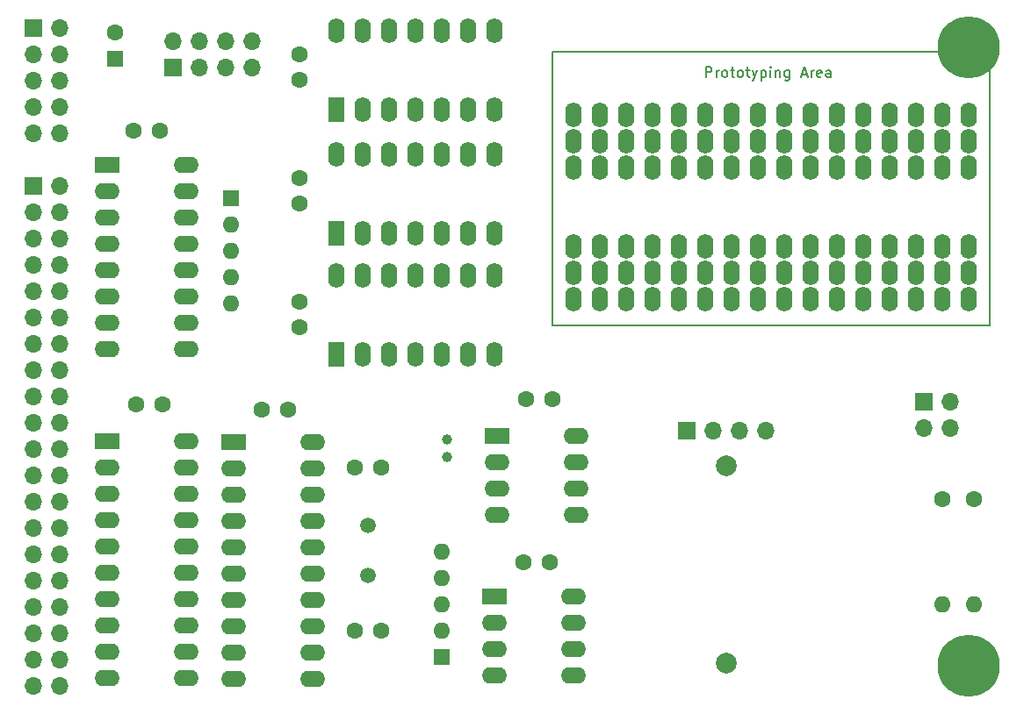
<source format=gbr>
%TF.GenerationSoftware,KiCad,Pcbnew,(6.0.4)*%
%TF.CreationDate,2022-06-04T07:21:42+03:00*%
%TF.ProjectId,I2C,4932432e-6b69-4636-9164-5f7063625858,rev?*%
%TF.SameCoordinates,Original*%
%TF.FileFunction,Soldermask,Top*%
%TF.FilePolarity,Negative*%
%FSLAX46Y46*%
G04 Gerber Fmt 4.6, Leading zero omitted, Abs format (unit mm)*
G04 Created by KiCad (PCBNEW (6.0.4)) date 2022-06-04 07:21:42*
%MOMM*%
%LPD*%
G01*
G04 APERTURE LIST*
%ADD10C,0.150000*%
%ADD11O,1.600000X2.400000*%
%ADD12C,1.600000*%
%ADD13O,1.600000X1.600000*%
%ADD14C,3.400000*%
%ADD15C,6.000000*%
%ADD16R,2.400000X1.600000*%
%ADD17O,2.400000X1.600000*%
%ADD18R,1.600000X2.400000*%
%ADD19C,1.500000*%
%ADD20R,1.600000X1.600000*%
%ADD21R,1.700000X1.700000*%
%ADD22O,1.700000X1.700000*%
%ADD23C,1.000000*%
%ADD24C,2.000000*%
G04 APERTURE END LIST*
D10*
X94488000Y-94996000D02*
X94488000Y-121412000D01*
X136652000Y-121412000D02*
X136652000Y-94996000D01*
X136652000Y-94996000D02*
X94488000Y-94996000D01*
X94488000Y-121412000D02*
X136652000Y-121412000D01*
X109292190Y-97480380D02*
X109292190Y-96480380D01*
X109673142Y-96480380D01*
X109768380Y-96528000D01*
X109816000Y-96575619D01*
X109863619Y-96670857D01*
X109863619Y-96813714D01*
X109816000Y-96908952D01*
X109768380Y-96956571D01*
X109673142Y-97004190D01*
X109292190Y-97004190D01*
X110292190Y-97480380D02*
X110292190Y-96813714D01*
X110292190Y-97004190D02*
X110339809Y-96908952D01*
X110387428Y-96861333D01*
X110482666Y-96813714D01*
X110577904Y-96813714D01*
X111054095Y-97480380D02*
X110958857Y-97432761D01*
X110911238Y-97385142D01*
X110863619Y-97289904D01*
X110863619Y-97004190D01*
X110911238Y-96908952D01*
X110958857Y-96861333D01*
X111054095Y-96813714D01*
X111196952Y-96813714D01*
X111292190Y-96861333D01*
X111339809Y-96908952D01*
X111387428Y-97004190D01*
X111387428Y-97289904D01*
X111339809Y-97385142D01*
X111292190Y-97432761D01*
X111196952Y-97480380D01*
X111054095Y-97480380D01*
X111673142Y-96813714D02*
X112054095Y-96813714D01*
X111816000Y-96480380D02*
X111816000Y-97337523D01*
X111863619Y-97432761D01*
X111958857Y-97480380D01*
X112054095Y-97480380D01*
X112530285Y-97480380D02*
X112435047Y-97432761D01*
X112387428Y-97385142D01*
X112339809Y-97289904D01*
X112339809Y-97004190D01*
X112387428Y-96908952D01*
X112435047Y-96861333D01*
X112530285Y-96813714D01*
X112673142Y-96813714D01*
X112768380Y-96861333D01*
X112816000Y-96908952D01*
X112863619Y-97004190D01*
X112863619Y-97289904D01*
X112816000Y-97385142D01*
X112768380Y-97432761D01*
X112673142Y-97480380D01*
X112530285Y-97480380D01*
X113149333Y-96813714D02*
X113530285Y-96813714D01*
X113292190Y-96480380D02*
X113292190Y-97337523D01*
X113339809Y-97432761D01*
X113435047Y-97480380D01*
X113530285Y-97480380D01*
X113768380Y-96813714D02*
X114006476Y-97480380D01*
X114244571Y-96813714D02*
X114006476Y-97480380D01*
X113911238Y-97718476D01*
X113863619Y-97766095D01*
X113768380Y-97813714D01*
X114625523Y-96813714D02*
X114625523Y-97813714D01*
X114625523Y-96861333D02*
X114720761Y-96813714D01*
X114911238Y-96813714D01*
X115006476Y-96861333D01*
X115054095Y-96908952D01*
X115101714Y-97004190D01*
X115101714Y-97289904D01*
X115054095Y-97385142D01*
X115006476Y-97432761D01*
X114911238Y-97480380D01*
X114720761Y-97480380D01*
X114625523Y-97432761D01*
X115530285Y-97480380D02*
X115530285Y-96813714D01*
X115530285Y-96480380D02*
X115482666Y-96528000D01*
X115530285Y-96575619D01*
X115577904Y-96528000D01*
X115530285Y-96480380D01*
X115530285Y-96575619D01*
X116006476Y-96813714D02*
X116006476Y-97480380D01*
X116006476Y-96908952D02*
X116054095Y-96861333D01*
X116149333Y-96813714D01*
X116292190Y-96813714D01*
X116387428Y-96861333D01*
X116435047Y-96956571D01*
X116435047Y-97480380D01*
X117339809Y-96813714D02*
X117339809Y-97623238D01*
X117292190Y-97718476D01*
X117244571Y-97766095D01*
X117149333Y-97813714D01*
X117006476Y-97813714D01*
X116911238Y-97766095D01*
X117339809Y-97432761D02*
X117244571Y-97480380D01*
X117054095Y-97480380D01*
X116958857Y-97432761D01*
X116911238Y-97385142D01*
X116863619Y-97289904D01*
X116863619Y-97004190D01*
X116911238Y-96908952D01*
X116958857Y-96861333D01*
X117054095Y-96813714D01*
X117244571Y-96813714D01*
X117339809Y-96861333D01*
X118530285Y-97194666D02*
X119006476Y-97194666D01*
X118435047Y-97480380D02*
X118768380Y-96480380D01*
X119101714Y-97480380D01*
X119435047Y-97480380D02*
X119435047Y-96813714D01*
X119435047Y-97004190D02*
X119482666Y-96908952D01*
X119530285Y-96861333D01*
X119625523Y-96813714D01*
X119720761Y-96813714D01*
X120435047Y-97432761D02*
X120339809Y-97480380D01*
X120149333Y-97480380D01*
X120054095Y-97432761D01*
X120006476Y-97337523D01*
X120006476Y-96956571D01*
X120054095Y-96861333D01*
X120149333Y-96813714D01*
X120339809Y-96813714D01*
X120435047Y-96861333D01*
X120482666Y-96956571D01*
X120482666Y-97051809D01*
X120006476Y-97147047D01*
X121339809Y-97480380D02*
X121339809Y-96956571D01*
X121292190Y-96861333D01*
X121196952Y-96813714D01*
X121006476Y-96813714D01*
X120911238Y-96861333D01*
X121339809Y-97432761D02*
X121244571Y-97480380D01*
X121006476Y-97480380D01*
X120911238Y-97432761D01*
X120863619Y-97337523D01*
X120863619Y-97242285D01*
X120911238Y-97147047D01*
X121006476Y-97099428D01*
X121244571Y-97099428D01*
X121339809Y-97051809D01*
D11*
%TO.C,*%
X106680000Y-106172000D03*
%TD*%
%TO.C,*%
X99060000Y-116332000D03*
%TD*%
%TO.C,*%
X104140000Y-116332000D03*
%TD*%
%TO.C,*%
X99060000Y-103632000D03*
%TD*%
%TO.C,*%
X111760000Y-101092000D03*
%TD*%
%TO.C,*%
X127000000Y-106172000D03*
%TD*%
%TO.C,*%
X116840000Y-118872000D03*
%TD*%
%TO.C,*%
X132080000Y-101092000D03*
%TD*%
%TO.C,*%
X114300000Y-118872000D03*
%TD*%
%TO.C,*%
X109220000Y-106172000D03*
%TD*%
%TO.C,*%
X96520000Y-106172000D03*
%TD*%
D12*
%TO.C,R2*%
X132080000Y-138176000D03*
D13*
X132080000Y-148336000D03*
%TD*%
D11*
%TO.C,*%
X106680000Y-113792000D03*
%TD*%
%TO.C,*%
X104140000Y-113792000D03*
%TD*%
%TO.C,*%
X134620000Y-101092000D03*
%TD*%
%TO.C,*%
X132080000Y-116332000D03*
%TD*%
%TO.C,*%
X96520000Y-116332000D03*
%TD*%
D12*
%TO.C,C8*%
X94488000Y-128524000D03*
X91988000Y-128524000D03*
%TD*%
D11*
%TO.C,*%
X106680000Y-118872000D03*
%TD*%
%TO.C,*%
X101600000Y-103632000D03*
%TD*%
%TO.C,*%
X132080000Y-118872000D03*
%TD*%
D12*
%TO.C,C5*%
X68991000Y-129540000D03*
X66491000Y-129540000D03*
%TD*%
%TO.C,C4*%
X56896000Y-129032000D03*
X54396000Y-129032000D03*
%TD*%
D11*
%TO.C,*%
X101600000Y-113792000D03*
%TD*%
%TO.C,*%
X129540000Y-103632000D03*
%TD*%
%TO.C,*%
X101600000Y-101092000D03*
%TD*%
D14*
%TO.C,H2*%
X134620000Y-154305000D03*
D15*
X134620000Y-154305000D03*
%TD*%
D16*
%TO.C,U5*%
X51572000Y-132588000D03*
D17*
X51572000Y-135128000D03*
X51572000Y-137668000D03*
X51572000Y-140208000D03*
X51572000Y-142748000D03*
X51572000Y-145288000D03*
X51572000Y-147828000D03*
X51572000Y-150368000D03*
X51572000Y-152908000D03*
X51572000Y-155448000D03*
X59192000Y-155448000D03*
X59192000Y-152908000D03*
X59192000Y-150368000D03*
X59192000Y-147828000D03*
X59192000Y-145288000D03*
X59192000Y-142748000D03*
X59192000Y-140208000D03*
X59192000Y-137668000D03*
X59192000Y-135128000D03*
X59192000Y-132588000D03*
%TD*%
D11*
%TO.C,*%
X101600000Y-116332000D03*
%TD*%
%TO.C,*%
X124460000Y-106172000D03*
%TD*%
%TO.C,*%
X127000000Y-116332000D03*
%TD*%
%TO.C,*%
X106680000Y-103632000D03*
%TD*%
%TO.C,*%
X116840000Y-116332000D03*
%TD*%
D18*
%TO.C,U3*%
X73655000Y-124216000D03*
D11*
X76195000Y-124216000D03*
X78735000Y-124216000D03*
X81275000Y-124216000D03*
X83815000Y-124216000D03*
X86355000Y-124216000D03*
X88895000Y-124216000D03*
X88895000Y-116596000D03*
X86355000Y-116596000D03*
X83815000Y-116596000D03*
X81275000Y-116596000D03*
X78735000Y-116596000D03*
X76195000Y-116596000D03*
X73655000Y-116596000D03*
%TD*%
%TO.C,*%
X111760000Y-118872000D03*
%TD*%
%TO.C,*%
X127000000Y-118872000D03*
%TD*%
%TO.C,*%
X116840000Y-113792000D03*
%TD*%
%TO.C,*%
X129540000Y-113792000D03*
%TD*%
%TO.C,*%
X99060000Y-101092000D03*
%TD*%
%TO.C,*%
X96520000Y-113792000D03*
%TD*%
%TO.C,*%
X101600000Y-106172000D03*
%TD*%
%TO.C,*%
X124460000Y-118872000D03*
%TD*%
%TO.C,*%
X116840000Y-106172000D03*
%TD*%
%TO.C,*%
X109220000Y-116332000D03*
%TD*%
%TO.C,*%
X124460000Y-113792000D03*
%TD*%
D12*
%TO.C,C11*%
X75458000Y-135128000D03*
X77958000Y-135128000D03*
%TD*%
D18*
%TO.C,U2*%
X73660000Y-112571000D03*
D11*
X76200000Y-112571000D03*
X78740000Y-112571000D03*
X81280000Y-112571000D03*
X83820000Y-112571000D03*
X86360000Y-112571000D03*
X88900000Y-112571000D03*
X88900000Y-104951000D03*
X86360000Y-104951000D03*
X83820000Y-104951000D03*
X81280000Y-104951000D03*
X78740000Y-104951000D03*
X76200000Y-104951000D03*
X73660000Y-104951000D03*
%TD*%
%TO.C,*%
X129540000Y-101092000D03*
%TD*%
%TO.C,*%
X134620000Y-103632000D03*
%TD*%
D19*
%TO.C,Y1*%
X76708000Y-140716000D03*
X76708000Y-145596000D03*
%TD*%
D11*
%TO.C,*%
X121920000Y-118872000D03*
%TD*%
D18*
%TO.C,U4*%
X73660000Y-100623000D03*
D11*
X76200000Y-100623000D03*
X78740000Y-100623000D03*
X81280000Y-100623000D03*
X83820000Y-100623000D03*
X86360000Y-100623000D03*
X88900000Y-100623000D03*
X88900000Y-93003000D03*
X86360000Y-93003000D03*
X83820000Y-93003000D03*
X81280000Y-93003000D03*
X78740000Y-93003000D03*
X76200000Y-93003000D03*
X73660000Y-93003000D03*
%TD*%
D12*
%TO.C,R1*%
X135128000Y-138176000D03*
D13*
X135128000Y-148336000D03*
%TD*%
D20*
%TO.C,RN2*%
X83820000Y-153416000D03*
D13*
X83820000Y-150876000D03*
X83820000Y-148336000D03*
X83820000Y-145796000D03*
X83820000Y-143256000D03*
%TD*%
D11*
%TO.C,*%
X114300000Y-106172000D03*
%TD*%
%TO.C,*%
X119380000Y-116332000D03*
%TD*%
D16*
%TO.C,U7*%
X89144000Y-132090000D03*
D17*
X89144000Y-134630000D03*
X89144000Y-137170000D03*
X89144000Y-139710000D03*
X96764000Y-139710000D03*
X96764000Y-137170000D03*
X96764000Y-134630000D03*
X96764000Y-132090000D03*
%TD*%
D11*
%TO.C,*%
X119380000Y-113792000D03*
%TD*%
%TO.C,*%
X121920000Y-106172000D03*
%TD*%
%TO.C,*%
X104140000Y-106172000D03*
%TD*%
D21*
%TO.C,J4*%
X107452000Y-131572000D03*
D22*
X109992000Y-131572000D03*
X112532000Y-131572000D03*
X115072000Y-131572000D03*
%TD*%
D11*
%TO.C,*%
X134620000Y-106172000D03*
%TD*%
D21*
%TO.C,J1*%
X57912000Y-96520000D03*
D22*
X57912000Y-93980000D03*
X60452000Y-96520000D03*
X60452000Y-93980000D03*
X62992000Y-96520000D03*
X62992000Y-93980000D03*
X65532000Y-96520000D03*
X65532000Y-93980000D03*
%TD*%
D11*
%TO.C,*%
X111760000Y-113792000D03*
%TD*%
D12*
%TO.C,C3*%
X70104000Y-97770000D03*
X70104000Y-95270000D03*
%TD*%
D11*
%TO.C,*%
X101600000Y-118872000D03*
%TD*%
D12*
%TO.C,C1*%
X56622000Y-102616000D03*
X54122000Y-102616000D03*
%TD*%
D20*
%TO.C,RN1*%
X63500000Y-109200000D03*
D13*
X63500000Y-111740000D03*
X63500000Y-114280000D03*
X63500000Y-116820000D03*
X63500000Y-119360000D03*
%TD*%
D11*
%TO.C,*%
X134620000Y-116332000D03*
%TD*%
D20*
%TO.C,C9*%
X52324000Y-95693100D03*
D12*
X52324000Y-93193100D03*
%TD*%
D11*
%TO.C,*%
X109220000Y-118872000D03*
%TD*%
%TO.C,*%
X109220000Y-101092000D03*
%TD*%
%TO.C,*%
X99060000Y-106172000D03*
%TD*%
%TO.C,*%
X134620000Y-113792000D03*
%TD*%
D12*
%TO.C,C7*%
X70104000Y-119146000D03*
X70104000Y-121646000D03*
%TD*%
D11*
%TO.C,*%
X104140000Y-103632000D03*
%TD*%
%TO.C,*%
X134620000Y-118872000D03*
%TD*%
%TO.C,*%
X119380000Y-101092000D03*
%TD*%
%TO.C,*%
X104140000Y-118872000D03*
%TD*%
%TO.C,*%
X132080000Y-113792000D03*
%TD*%
D21*
%TO.C,J2*%
X44445000Y-92715000D03*
D22*
X46985000Y-92715000D03*
X44445000Y-95255000D03*
X46985000Y-95255000D03*
X44445000Y-97795000D03*
X46985000Y-97795000D03*
X44445000Y-100335000D03*
X46985000Y-100335000D03*
X44445000Y-102875000D03*
X46985000Y-102875000D03*
%TD*%
D12*
%TO.C,C2*%
X70104000Y-107188000D03*
X70104000Y-109688000D03*
%TD*%
D11*
%TO.C,*%
X111760000Y-103632000D03*
%TD*%
%TO.C,*%
X124460000Y-116332000D03*
%TD*%
%TO.C,*%
X106680000Y-116332000D03*
%TD*%
%TO.C,*%
X121920000Y-113792000D03*
%TD*%
%TO.C,*%
X99060000Y-118872000D03*
%TD*%
%TO.C,*%
X124460000Y-103632000D03*
%TD*%
%TO.C,*%
X104140000Y-101092000D03*
%TD*%
%TO.C,*%
X116840000Y-103632000D03*
%TD*%
%TO.C,*%
X114300000Y-103632000D03*
%TD*%
%TO.C,*%
X106680000Y-101092000D03*
%TD*%
D23*
%TO.C,Y2*%
X84328000Y-134112000D03*
X84328000Y-132412000D03*
%TD*%
D11*
%TO.C,*%
X109220000Y-103632000D03*
%TD*%
%TO.C,*%
X96520000Y-101092000D03*
%TD*%
D21*
%TO.C,J3*%
X44445000Y-107955000D03*
D22*
X46985000Y-107955000D03*
X44445000Y-110495000D03*
X46985000Y-110495000D03*
X44445000Y-113035000D03*
X46985000Y-113035000D03*
X44445000Y-115575000D03*
X46985000Y-115575000D03*
X44445000Y-118115000D03*
X46985000Y-118115000D03*
X44445000Y-120655000D03*
X46985000Y-120655000D03*
X44445000Y-123195000D03*
X46985000Y-123195000D03*
X44445000Y-125735000D03*
X46985000Y-125735000D03*
X44445000Y-128275000D03*
X46985000Y-128275000D03*
X44445000Y-130815000D03*
X46985000Y-130815000D03*
X44445000Y-133355000D03*
X46985000Y-133355000D03*
X44445000Y-135895000D03*
X46985000Y-135895000D03*
X44445000Y-138435000D03*
X46985000Y-138435000D03*
X44445000Y-140975000D03*
X46985000Y-140975000D03*
X44445000Y-143515000D03*
X46985000Y-143515000D03*
X44445000Y-146055000D03*
X46985000Y-146055000D03*
X44445000Y-148595000D03*
X46985000Y-148595000D03*
X44445000Y-151135000D03*
X46985000Y-151135000D03*
X44445000Y-153675000D03*
X46985000Y-153675000D03*
X44445000Y-156215000D03*
X46985000Y-156215000D03*
%TD*%
D11*
%TO.C,*%
X127000000Y-103632000D03*
%TD*%
%TO.C,*%
X119380000Y-106172000D03*
%TD*%
%TO.C,*%
X132080000Y-106172000D03*
%TD*%
%TO.C,*%
X119380000Y-103632000D03*
%TD*%
D16*
%TO.C,U1*%
X51572000Y-105908000D03*
D17*
X51572000Y-108448000D03*
X51572000Y-110988000D03*
X51572000Y-113528000D03*
X51572000Y-116068000D03*
X51572000Y-118608000D03*
X51572000Y-121148000D03*
X51572000Y-123688000D03*
X59192000Y-123688000D03*
X59192000Y-121148000D03*
X59192000Y-118608000D03*
X59192000Y-116068000D03*
X59192000Y-113528000D03*
X59192000Y-110988000D03*
X59192000Y-108448000D03*
X59192000Y-105908000D03*
%TD*%
D16*
%TO.C,U6*%
X63764000Y-132715000D03*
D17*
X63764000Y-135255000D03*
X63764000Y-137795000D03*
X63764000Y-140335000D03*
X63764000Y-142875000D03*
X63764000Y-145415000D03*
X63764000Y-147955000D03*
X63764000Y-150495000D03*
X63764000Y-153035000D03*
X63764000Y-155575000D03*
X71384000Y-155575000D03*
X71384000Y-153035000D03*
X71384000Y-150495000D03*
X71384000Y-147955000D03*
X71384000Y-145415000D03*
X71384000Y-142875000D03*
X71384000Y-140335000D03*
X71384000Y-137795000D03*
X71384000Y-135255000D03*
X71384000Y-132715000D03*
%TD*%
D11*
%TO.C,*%
X96520000Y-103632000D03*
%TD*%
%TO.C,*%
X109220000Y-113792000D03*
%TD*%
%TO.C,*%
X121920000Y-103632000D03*
%TD*%
%TO.C,*%
X129540000Y-116332000D03*
%TD*%
%TO.C,*%
X114300000Y-116332000D03*
%TD*%
D21*
%TO.C,J5*%
X130297000Y-128773000D03*
D22*
X132837000Y-128773000D03*
X130297000Y-131313000D03*
X132837000Y-131313000D03*
%TD*%
D11*
%TO.C,*%
X127000000Y-113792000D03*
%TD*%
D15*
%TO.C,H1*%
X134620000Y-94615000D03*
D14*
X134620000Y-94615000D03*
%TD*%
D11*
%TO.C,*%
X114300000Y-101092000D03*
%TD*%
%TO.C,*%
X121920000Y-101092000D03*
%TD*%
%TO.C,*%
X121920000Y-116332000D03*
%TD*%
%TO.C,*%
X127000000Y-101092000D03*
%TD*%
D16*
%TO.C,U8*%
X88890000Y-147584000D03*
D17*
X88890000Y-150124000D03*
X88890000Y-152664000D03*
X88890000Y-155204000D03*
X96510000Y-155204000D03*
X96510000Y-152664000D03*
X96510000Y-150124000D03*
X96510000Y-147584000D03*
%TD*%
D24*
%TO.C,BT1*%
X111252000Y-135020500D03*
X111252000Y-154020500D03*
%TD*%
D11*
%TO.C,*%
X111760000Y-106172000D03*
%TD*%
%TO.C,*%
X96520000Y-118872000D03*
%TD*%
%TO.C,*%
X124460000Y-101092000D03*
%TD*%
%TO.C,*%
X116840000Y-101092000D03*
%TD*%
%TO.C,*%
X129540000Y-106172000D03*
%TD*%
D12*
%TO.C,C6*%
X94214000Y-144272000D03*
X91714000Y-144272000D03*
%TD*%
D11*
%TO.C,*%
X99060000Y-113792000D03*
%TD*%
%TO.C,*%
X132080000Y-103632000D03*
%TD*%
D12*
%TO.C,C10*%
X75458000Y-150876000D03*
X77958000Y-150876000D03*
%TD*%
D11*
%TO.C,*%
X119380000Y-118872000D03*
%TD*%
%TO.C,*%
X129540000Y-118872000D03*
%TD*%
%TO.C,*%
X114300000Y-113792000D03*
%TD*%
%TO.C,*%
X111760000Y-116332000D03*
%TD*%
M02*

</source>
